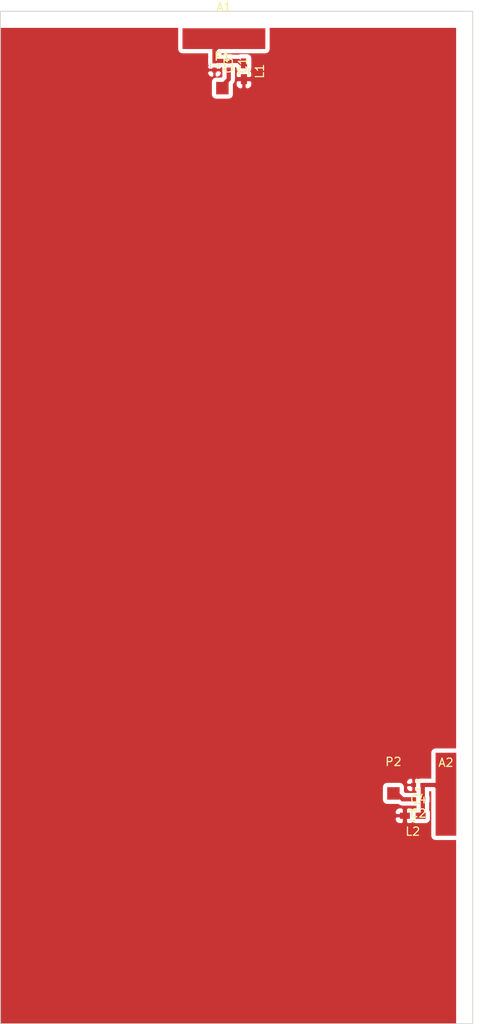
<source format=kicad_pcb>
(kicad_pcb (version 4) (host pcbnew 4.0.2-stable)

  (general
    (links 11)
    (no_connects 0)
    (area 26.949999 47.949999 84.050001 170.050001)
    (thickness 1.6)
    (drawings 25)
    (tracks 19)
    (zones 0)
    (modules 10)
    (nets 6)
  )

  (page A4)
  (layers
    (0 F.Cu signal)
    (31 B.Cu signal)
    (32 B.Adhes user)
    (33 F.Adhes user)
    (34 B.Paste user)
    (35 F.Paste user)
    (36 B.SilkS user)
    (37 F.SilkS user)
    (38 B.Mask user)
    (39 F.Mask user)
    (40 Dwgs.User user hide)
    (41 Cmts.User user)
    (42 Eco1.User user)
    (43 Eco2.User user)
    (44 Edge.Cuts user)
    (45 Margin user)
    (46 B.CrtYd user)
    (47 F.CrtYd user)
    (48 B.Fab user)
    (49 F.Fab user)
  )

  (setup
    (last_trace_width 0.508)
    (user_trace_width 0.508)
    (trace_clearance 0.508)
    (zone_clearance 0)
    (zone_45_only no)
    (trace_min 0.2)
    (segment_width 0.2)
    (edge_width 0.1)
    (via_size 0.6)
    (via_drill 0.4)
    (via_min_size 0.4)
    (via_min_drill 0.3)
    (uvia_size 0.3)
    (uvia_drill 0.1)
    (uvias_allowed no)
    (uvia_min_size 0.2)
    (uvia_min_drill 0.1)
    (pcb_text_width 0.3)
    (pcb_text_size 1.5 1.5)
    (mod_edge_width 0.15)
    (mod_text_size 1 1)
    (mod_text_width 0.15)
    (pad_size 2.5 10)
    (pad_drill 0)
    (pad_to_mask_clearance 0)
    (aux_axis_origin 0 0)
    (visible_elements 7FFFEFFF)
    (pcbplotparams
      (layerselection 0x00030_80000001)
      (usegerberextensions false)
      (excludeedgelayer true)
      (linewidth 0.100000)
      (plotframeref false)
      (viasonmask false)
      (mode 1)
      (useauxorigin false)
      (hpglpennumber 1)
      (hpglpenspeed 20)
      (hpglpendiameter 15)
      (hpglpenoverlay 2)
      (psnegative false)
      (psa4output false)
      (plotreference true)
      (plotvalue true)
      (plotinvisibletext false)
      (padsonsilk false)
      (subtractmaskfromsilk false)
      (outputformat 1)
      (mirror false)
      (drillshape 1)
      (scaleselection 1)
      (outputdirectory ""))
  )

  (net 0 "")
  (net 1 /Ant1)
  (net 2 /Ant2)
  (net 3 "Net-(C1-Pad2)")
  (net 4 "Net-(C2-Pad2)")
  (net 5 /GND)

  (net_class Default "This is the default net class."
    (clearance 0.508)
    (trace_width 0.25)
    (via_dia 0.6)
    (via_drill 0.4)
    (uvia_dia 0.3)
    (uvia_drill 0.1)
    (add_net /Ant1)
    (add_net /Ant2)
    (add_net /GND)
    (add_net "Net-(C1-Pad2)")
    (add_net "Net-(C2-Pad2)")
  )

  (module Measurement_Points:Measurement_Point_Square-SMD-Pad_Small (layer F.Cu) (tedit 56E7CA90) (tstamp 56D6AC86)
    (at 53.975 51.3)
    (descr "Mesurement Point, Square, SMD Pad,  1.5mm x 1.5mm,")
    (tags "Mesurement Point, Square, SMD Pad, 1.5mm x 1.5mm,")
    (path /56C1C8C2)
    (fp_text reference A1 (at 0 -3.81) (layer F.SilkS)
      (effects (font (size 1 1) (thickness 0.15)))
    )
    (fp_text value ANTENNA (at 2.54 3.81) (layer F.Fab)
      (effects (font (size 1 1) (thickness 0.15)))
    )
    (pad 1 smd rect (at 0 0) (size 10 2.5) (layers F.Cu F.Mask)
      (net 1 /Ant1))
  )

  (module Measurement_Points:Measurement_Point_Square-SMD-Pad_Small (layer F.Cu) (tedit 56E7CD81) (tstamp 56D6AC8B)
    (at 80.769762 142.345)
    (descr "Mesurement Point, Square, SMD Pad,  1.5mm x 1.5mm,")
    (tags "Mesurement Point, Square, SMD Pad, 1.5mm x 1.5mm,")
    (path /56C1CB96)
    (fp_text reference A2 (at 0 -3.81) (layer F.SilkS)
      (effects (font (size 1 1) (thickness 0.15)))
    )
    (fp_text value ANTENNA (at 2.54 3.81) (layer F.Fab)
      (effects (font (size 1 1) (thickness 0.15)))
    )
    (pad 1 smd rect (at 0 0) (size 2.5 10) (layers F.Cu F.Mask)
      (net 2 /Ant2))
  )

  (module Capacitors_SMD:C_0402 (layer F.Cu) (tedit 5415D599) (tstamp 56D6AC91)
    (at 54.5505 54.5305 270)
    (descr "Capacitor SMD 0402, reflow soldering, AVX (see smccp.pdf)")
    (tags "capacitor 0402")
    (path /56C1C0D8)
    (attr smd)
    (fp_text reference C1 (at 0 -1.7 270) (layer F.SilkS)
      (effects (font (size 1 1) (thickness 0.15)))
    )
    (fp_text value C (at 0 1.7 270) (layer F.Fab)
      (effects (font (size 1 1) (thickness 0.15)))
    )
    (fp_line (start -1.15 -0.6) (end 1.15 -0.6) (layer F.CrtYd) (width 0.05))
    (fp_line (start -1.15 0.6) (end 1.15 0.6) (layer F.CrtYd) (width 0.05))
    (fp_line (start -1.15 -0.6) (end -1.15 0.6) (layer F.CrtYd) (width 0.05))
    (fp_line (start 1.15 -0.6) (end 1.15 0.6) (layer F.CrtYd) (width 0.05))
    (fp_line (start 0.25 -0.475) (end -0.25 -0.475) (layer F.SilkS) (width 0.15))
    (fp_line (start -0.25 0.475) (end 0.25 0.475) (layer F.SilkS) (width 0.15))
    (pad 1 smd rect (at -0.55 0 270) (size 0.6 0.5) (layers F.Cu F.Paste F.Mask)
      (net 1 /Ant1))
    (pad 2 smd rect (at 0.55 0 270) (size 0.6 0.5) (layers F.Cu F.Paste F.Mask)
      (net 3 "Net-(C1-Pad2)"))
    (model Capacitors_SMD.3dshapes/C_0402.wrl
      (at (xyz 0 0 0))
      (scale (xyz 1 1 1))
      (rotate (xyz 0 0 0))
    )
  )

  (module Capacitors_SMD:C_0402 (layer F.Cu) (tedit 5415D599) (tstamp 56D6AC97)
    (at 77.4272 142.9552 180)
    (descr "Capacitor SMD 0402, reflow soldering, AVX (see smccp.pdf)")
    (tags "capacitor 0402")
    (path /56C1CB75)
    (attr smd)
    (fp_text reference C2 (at 0 -1.7 180) (layer F.SilkS)
      (effects (font (size 1 1) (thickness 0.15)))
    )
    (fp_text value C (at 0 1.7 180) (layer F.Fab)
      (effects (font (size 1 1) (thickness 0.15)))
    )
    (fp_line (start -1.15 -0.6) (end 1.15 -0.6) (layer F.CrtYd) (width 0.05))
    (fp_line (start -1.15 0.6) (end 1.15 0.6) (layer F.CrtYd) (width 0.05))
    (fp_line (start -1.15 -0.6) (end -1.15 0.6) (layer F.CrtYd) (width 0.05))
    (fp_line (start 1.15 -0.6) (end 1.15 0.6) (layer F.CrtYd) (width 0.05))
    (fp_line (start 0.25 -0.475) (end -0.25 -0.475) (layer F.SilkS) (width 0.15))
    (fp_line (start -0.25 0.475) (end 0.25 0.475) (layer F.SilkS) (width 0.15))
    (pad 1 smd rect (at -0.55 0 180) (size 0.6 0.5) (layers F.Cu F.Paste F.Mask)
      (net 2 /Ant2))
    (pad 2 smd rect (at 0.55 0 180) (size 0.6 0.5) (layers F.Cu F.Paste F.Mask)
      (net 4 "Net-(C2-Pad2)"))
    (model Capacitors_SMD.3dshapes/C_0402.wrl
      (at (xyz 0 0 0))
      (scale (xyz 1 1 1))
      (rotate (xyz 0 0 0))
    )
  )

  (module Capacitors_SMD:C_0402 (layer F.Cu) (tedit 5415D599) (tstamp 56D6AC9D)
    (at 52.836 54.5305 270)
    (descr "Capacitor SMD 0402, reflow soldering, AVX (see smccp.pdf)")
    (tags "capacitor 0402")
    (path /56C1C1FD)
    (attr smd)
    (fp_text reference C3 (at 0 -1.7 270) (layer F.SilkS)
      (effects (font (size 1 1) (thickness 0.15)))
    )
    (fp_text value C (at 0 1.7 270) (layer F.Fab)
      (effects (font (size 1 1) (thickness 0.15)))
    )
    (fp_line (start -1.15 -0.6) (end 1.15 -0.6) (layer F.CrtYd) (width 0.05))
    (fp_line (start -1.15 0.6) (end 1.15 0.6) (layer F.CrtYd) (width 0.05))
    (fp_line (start -1.15 -0.6) (end -1.15 0.6) (layer F.CrtYd) (width 0.05))
    (fp_line (start 1.15 -0.6) (end 1.15 0.6) (layer F.CrtYd) (width 0.05))
    (fp_line (start 0.25 -0.475) (end -0.25 -0.475) (layer F.SilkS) (width 0.15))
    (fp_line (start -0.25 0.475) (end 0.25 0.475) (layer F.SilkS) (width 0.15))
    (pad 1 smd rect (at -0.55 0 270) (size 0.6 0.5) (layers F.Cu F.Paste F.Mask)
      (net 1 /Ant1))
    (pad 2 smd rect (at 0.55 0 270) (size 0.6 0.5) (layers F.Cu F.Paste F.Mask)
      (net 5 /GND))
    (model Capacitors_SMD.3dshapes/C_0402.wrl
      (at (xyz 0 0 0))
      (scale (xyz 1 1 1))
      (rotate (xyz 0 0 0))
    )
  )

  (module Capacitors_SMD:C_0402 (layer F.Cu) (tedit 5415D599) (tstamp 56D6ACA3)
    (at 77.4272 141.228 180)
    (descr "Capacitor SMD 0402, reflow soldering, AVX (see smccp.pdf)")
    (tags "capacitor 0402")
    (path /56C1CB81)
    (attr smd)
    (fp_text reference C4 (at 0 -1.7 180) (layer F.SilkS)
      (effects (font (size 1 1) (thickness 0.15)))
    )
    (fp_text value C (at 0 1.7 180) (layer F.Fab)
      (effects (font (size 1 1) (thickness 0.15)))
    )
    (fp_line (start -1.15 -0.6) (end 1.15 -0.6) (layer F.CrtYd) (width 0.05))
    (fp_line (start -1.15 0.6) (end 1.15 0.6) (layer F.CrtYd) (width 0.05))
    (fp_line (start -1.15 -0.6) (end -1.15 0.6) (layer F.CrtYd) (width 0.05))
    (fp_line (start 1.15 -0.6) (end 1.15 0.6) (layer F.CrtYd) (width 0.05))
    (fp_line (start 0.25 -0.475) (end -0.25 -0.475) (layer F.SilkS) (width 0.15))
    (fp_line (start -0.25 0.475) (end 0.25 0.475) (layer F.SilkS) (width 0.15))
    (pad 1 smd rect (at -0.55 0 180) (size 0.6 0.5) (layers F.Cu F.Paste F.Mask)
      (net 2 /Ant2))
    (pad 2 smd rect (at 0.55 0 180) (size 0.6 0.5) (layers F.Cu F.Paste F.Mask)
      (net 5 /GND))
    (model Capacitors_SMD.3dshapes/C_0402.wrl
      (at (xyz 0 0 0))
      (scale (xyz 1 1 1))
      (rotate (xyz 0 0 0))
    )
  )

  (module Capacitors_SMD:C_0603_HandSoldering (layer F.Cu) (tedit 541A9B4D) (tstamp 56D6ACA9)
    (at 56.392 55.229 270)
    (descr "Capacitor SMD 0603, hand soldering")
    (tags "capacitor 0603")
    (path /56C1C15A)
    (attr smd)
    (fp_text reference L1 (at 0 -1.9 270) (layer F.SilkS)
      (effects (font (size 1 1) (thickness 0.15)))
    )
    (fp_text value L_Small (at 0 1.9 270) (layer F.Fab)
      (effects (font (size 1 1) (thickness 0.15)))
    )
    (fp_line (start -1.85 -0.75) (end 1.85 -0.75) (layer F.CrtYd) (width 0.05))
    (fp_line (start -1.85 0.75) (end 1.85 0.75) (layer F.CrtYd) (width 0.05))
    (fp_line (start -1.85 -0.75) (end -1.85 0.75) (layer F.CrtYd) (width 0.05))
    (fp_line (start 1.85 -0.75) (end 1.85 0.75) (layer F.CrtYd) (width 0.05))
    (fp_line (start -0.35 -0.6) (end 0.35 -0.6) (layer F.SilkS) (width 0.15))
    (fp_line (start 0.35 0.6) (end -0.35 0.6) (layer F.SilkS) (width 0.15))
    (pad 1 smd rect (at -0.95 0 270) (size 1.2 0.75) (layers F.Cu F.Paste F.Mask)
      (net 1 /Ant1))
    (pad 2 smd rect (at 0.95 0 270) (size 1.2 0.75) (layers F.Cu F.Paste F.Mask)
      (net 5 /GND))
    (model Capacitors_SMD.3dshapes/C_0603_HandSoldering.wrl
      (at (xyz 0 0 0))
      (scale (xyz 1 1 1))
      (rotate (xyz 0 0 0))
    )
  )

  (module Capacitors_SMD:C_0603_HandSoldering (layer F.Cu) (tedit 541A9B4D) (tstamp 56D6ACAF)
    (at 76.7668 144.9364 180)
    (descr "Capacitor SMD 0603, hand soldering")
    (tags "capacitor 0603")
    (path /56C1CB7B)
    (attr smd)
    (fp_text reference L2 (at 0 -1.9 180) (layer F.SilkS)
      (effects (font (size 1 1) (thickness 0.15)))
    )
    (fp_text value L_Small (at 0 1.9 180) (layer F.Fab)
      (effects (font (size 1 1) (thickness 0.15)))
    )
    (fp_line (start -1.85 -0.75) (end 1.85 -0.75) (layer F.CrtYd) (width 0.05))
    (fp_line (start -1.85 0.75) (end 1.85 0.75) (layer F.CrtYd) (width 0.05))
    (fp_line (start -1.85 -0.75) (end -1.85 0.75) (layer F.CrtYd) (width 0.05))
    (fp_line (start 1.85 -0.75) (end 1.85 0.75) (layer F.CrtYd) (width 0.05))
    (fp_line (start -0.35 -0.6) (end 0.35 -0.6) (layer F.SilkS) (width 0.15))
    (fp_line (start 0.35 0.6) (end -0.35 0.6) (layer F.SilkS) (width 0.15))
    (pad 1 smd rect (at -0.95 0 180) (size 1.2 0.75) (layers F.Cu F.Paste F.Mask)
      (net 2 /Ant2))
    (pad 2 smd rect (at 0.95 0 180) (size 1.2 0.75) (layers F.Cu F.Paste F.Mask)
      (net 5 /GND))
    (model Capacitors_SMD.3dshapes/C_0603_HandSoldering.wrl
      (at (xyz 0 0 0))
      (scale (xyz 1 1 1))
      (rotate (xyz 0 0 0))
    )
  )

  (module Measurement_Points:Measurement_Point_Square-SMD-Pad_Small (layer F.Cu) (tedit 0) (tstamp 56D6ACB4)
    (at 53.7885 57.261)
    (descr "Mesurement Point, Square, SMD Pad,  1.5mm x 1.5mm,")
    (tags "Mesurement Point, Square, SMD Pad, 1.5mm x 1.5mm,")
    (path /56C1CF80)
    (fp_text reference P1 (at 0 -3.81) (layer F.SilkS)
      (effects (font (size 1 1) (thickness 0.15)))
    )
    (fp_text value SMA (at 2.54 3.81) (layer F.Fab)
      (effects (font (size 1 1) (thickness 0.15)))
    )
    (pad 1 smd rect (at 0 0) (size 1.50114 1.50114) (layers F.Cu F.Mask)
      (net 3 "Net-(C1-Pad2)"))
  )

  (module Measurement_Points:Measurement_Point_Square-SMD-Pad_Small (layer F.Cu) (tedit 0) (tstamp 56D6ACB9)
    (at 74.43 142.244)
    (descr "Mesurement Point, Square, SMD Pad,  1.5mm x 1.5mm,")
    (tags "Mesurement Point, Square, SMD Pad, 1.5mm x 1.5mm,")
    (path /56C1D014)
    (fp_text reference P2 (at 0 -3.81) (layer F.SilkS)
      (effects (font (size 1 1) (thickness 0.15)))
    )
    (fp_text value SMA (at 2.54 3.81) (layer F.Fab)
      (effects (font (size 1 1) (thickness 0.15)))
    )
    (pad 1 smd rect (at 0 0) (size 1.50114 1.50114) (layers F.Cu F.Mask)
      (net 4 "Net-(C2-Pad2)"))
  )

  (gr_line (start 84 170) (end 84 48) (angle 90) (layer Edge.Cuts) (width 0.1))
  (gr_line (start 84 115.5) (end 84 141.5) (angle 90) (layer Dwgs.User) (width 0.2))
  (gr_line (start 89 115.5) (end 84 115.5) (angle 90) (layer Dwgs.User) (width 0.2))
  (gr_line (start 89 141.5) (end 89 115.5) (angle 90) (layer Dwgs.User) (width 0.2))
  (gr_line (start 82 141.5) (end 82 143) (angle 90) (layer Dwgs.User) (width 0.2))
  (gr_line (start 89 141.5) (end 82 141.5) (angle 90) (layer Dwgs.User) (width 0.2))
  (gr_line (start 89 143) (end 89 141.5) (angle 90) (layer Dwgs.User) (width 0.2))
  (gr_line (start 82 143) (end 89 143) (angle 90) (layer Dwgs.User) (width 0.2))
  (gr_line (start 84 143) (end 84 170) (angle 90) (layer Dwgs.User) (width 0.2))
  (gr_line (start 89 143) (end 84 143) (angle 90) (layer Dwgs.User) (width 0.2))
  (gr_line (start 89 170) (end 89 143) (angle 90) (layer Dwgs.User) (width 0.2))
  (gr_line (start 84 170) (end 89 170) (angle 90) (layer Dwgs.User) (width 0.2))
  (gr_line (start 82.5 48) (end 54.5 48) (angle 90) (layer Dwgs.User) (width 0.2))
  (gr_line (start 27 48) (end 53.5 48) (angle 90) (layer Dwgs.User) (width 0.2))
  (gr_line (start 82.5 40) (end 82.5 48) (angle 90) (layer Dwgs.User) (width 0.2))
  (gr_line (start 54.5 40) (end 82.5 40) (angle 90) (layer Dwgs.User) (width 0.2))
  (gr_line (start 54.5 40) (end 53.5 40) (angle 90) (layer Dwgs.User) (width 0.2))
  (gr_line (start 54.5 50) (end 54.5 40) (angle 90) (layer Dwgs.User) (width 0.2))
  (gr_line (start 53.5 50) (end 54.5 50) (angle 90) (layer Dwgs.User) (width 0.2))
  (gr_line (start 53.5 40) (end 53.5 50) (angle 90) (layer Dwgs.User) (width 0.2))
  (gr_line (start 27 40) (end 53.5 40) (angle 90) (layer Dwgs.User) (width 0.2))
  (gr_line (start 27 48) (end 27 40) (angle 90) (layer Dwgs.User) (width 0.2))
  (gr_line (start 27 48) (end 27 170) (angle 90) (layer Edge.Cuts) (width 0.1))
  (gr_line (start 84 48) (end 27 48) (angle 90) (layer Edge.Cuts) (width 0.1))
  (gr_line (start 27 170) (end 84 170) (angle 90) (layer Edge.Cuts) (width 0.1))

  (segment (start 56.392 54.279) (end 56.029 54.279) (width 0.508) (layer F.Cu) (net 1) (status C00000))
  (segment (start 56.029 54.279) (end 55.7305 53.9805) (width 0.508) (layer F.Cu) (net 1) (tstamp 56E7CEAA) (status 400000))
  (segment (start 55.7305 53.9805) (end 54.5505 53.9805) (width 0.508) (layer F.Cu) (net 1) (tstamp 56E7CEAB) (status 800000))
  (segment (start 54.5505 53.9805) (end 52.836 53.9805) (width 0.508) (layer F.Cu) (net 1) (status C00000))
  (segment (start 53.975 51.3) (end 53.975 51.525) (width 0.508) (layer F.Cu) (net 1) (status C00000))
  (segment (start 53.975 51.525) (end 52.836 52.664) (width 0.508) (layer F.Cu) (net 1) (tstamp 56E7CEA0) (status 400000))
  (segment (start 52.836 52.664) (end 52.836 53.9805) (width 0.508) (layer F.Cu) (net 1) (tstamp 56E7CEA3) (status 800000))
  (segment (start 77.9772 144.676) (end 77.7168 144.9364) (width 0.508) (layer F.Cu) (net 2) (tstamp 56E7CE5F))
  (segment (start 77.9772 142.9552) (end 77.9772 144.676) (width 0.508) (layer F.Cu) (net 2))
  (segment (start 77.9772 142.9552) (end 77.9772 141.228) (width 0.508) (layer F.Cu) (net 2))
  (segment (start 80.769762 142.345) (end 80.595 142.345) (width 0.508) (layer F.Cu) (net 2))
  (segment (start 80.595 142.345) (end 79.478 141.228) (width 0.508) (layer F.Cu) (net 2) (tstamp 56E7CE4F))
  (segment (start 79.478 141.228) (end 77.9772 141.228) (width 0.508) (layer F.Cu) (net 2) (tstamp 56E7CE55))
  (segment (start 54.5505 55.0805) (end 54.5505 56.1995) (width 0.508) (layer F.Cu) (net 3) (status 400000))
  (segment (start 54.5505 56.1995) (end 53.7885 56.9615) (width 0.508) (layer F.Cu) (net 3) (tstamp 56E7CEAE) (status 800000))
  (segment (start 53.7885 56.9615) (end 53.7885 57.261) (width 0.508) (layer F.Cu) (net 3) (tstamp 56E7CEAF) (status C00000))
  (segment (start 76.8772 142.9552) (end 75.5448 142.9552) (width 0.508) (layer F.Cu) (net 4) (status 400000))
  (segment (start 75.5448 142.9552) (end 74.8336 142.244) (width 0.508) (layer F.Cu) (net 4) (tstamp 56E7CE91) (status 800000))
  (segment (start 74.8336 142.244) (end 74.43 142.244) (width 0.508) (layer F.Cu) (net 4) (tstamp 56E7CE94) (status C00000))

  (zone (net 5) (net_name /GND) (layer F.Cu) (tstamp 56D6D2AD) (hatch edge 0.508)
    (connect_pads (clearance 0))
    (min_thickness 0.0254)
    (fill yes (arc_segments 16) (thermal_gap 0.508) (thermal_bridge_width 0.508))
    (polygon
      (pts
        (xy 27 170) (xy 82 170) (xy 82 50) (xy 27 50)
      )
    )
    (filled_polygon
      (pts
        (xy 48.444099 50.05) (xy 48.444099 52.55) (xy 48.480407 52.74296) (xy 48.594446 52.920182) (xy 48.76845 53.039073)
        (xy 48.975 53.080901) (xy 52.0613 53.080901) (xy 52.0613 53.649879) (xy 52.055099 53.6805) (xy 52.055099 54.2805)
        (xy 52.091407 54.47346) (xy 52.126797 54.528458) (xy 52.0653 54.676926) (xy 52.0653 54.800325) (xy 52.195475 54.9305)
        (xy 52.711 54.9305) (xy 52.711 54.8192) (xy 52.961 54.8192) (xy 52.961 54.9305) (xy 53.476525 54.9305)
        (xy 53.6067 54.800325) (xy 53.6067 54.7552) (xy 53.774722 54.7552) (xy 53.769599 54.7805) (xy 53.769599 55.3805)
        (xy 53.7758 55.413455) (xy 53.7758 55.878609) (xy 53.67488 55.979529) (xy 53.03793 55.979529) (xy 52.84497 56.015837)
        (xy 52.667748 56.129876) (xy 52.548857 56.30388) (xy 52.507029 56.51043) (xy 52.507029 58.01157) (xy 52.543337 58.20453)
        (xy 52.657376 58.381752) (xy 52.83138 58.500643) (xy 53.03793 58.542471) (xy 54.53907 58.542471) (xy 54.73203 58.506163)
        (xy 54.909252 58.392124) (xy 55.028143 58.21812) (xy 55.069971 58.01157) (xy 55.069971 56.77562) (xy 55.098293 56.747298)
        (xy 55.098296 56.747296) (xy 55.229806 56.550475) (xy 55.4963 56.550475) (xy 55.4963 56.882574) (xy 55.575572 57.073953)
        (xy 55.722047 57.220428) (xy 55.913427 57.2997) (xy 56.074325 57.2997) (xy 56.2045 57.169525) (xy 56.2045 56.4203)
        (xy 56.5795 56.4203) (xy 56.5795 57.169525) (xy 56.709675 57.2997) (xy 56.870573 57.2997) (xy 57.061953 57.220428)
        (xy 57.208428 57.073953) (xy 57.2877 56.882574) (xy 57.2877 56.550475) (xy 57.157525 56.4203) (xy 56.5795 56.4203)
        (xy 56.2045 56.4203) (xy 55.626475 56.4203) (xy 55.4963 56.550475) (xy 55.229806 56.550475) (xy 55.266229 56.495965)
        (xy 55.282592 56.413704) (xy 55.325201 56.1995) (xy 55.3252 56.199495) (xy 55.3252 55.411121) (xy 55.331401 55.3805)
        (xy 55.331401 54.7805) (xy 55.32664 54.7552) (xy 55.409609 54.7552) (xy 55.481202 54.826793) (xy 55.481204 54.826796)
        (xy 55.486099 54.830067) (xy 55.486099 54.879) (xy 55.522407 55.07196) (xy 55.626263 55.233356) (xy 55.575572 55.284047)
        (xy 55.4963 55.475426) (xy 55.4963 55.807525) (xy 55.626475 55.9377) (xy 56.2045 55.9377) (xy 56.2045 55.9177)
        (xy 56.5795 55.9177) (xy 56.5795 55.9377) (xy 57.157525 55.9377) (xy 57.2877 55.807525) (xy 57.2877 55.475426)
        (xy 57.208428 55.284047) (xy 57.15616 55.231779) (xy 57.256073 55.08555) (xy 57.297901 54.879) (xy 57.297901 53.679)
        (xy 57.261593 53.48604) (xy 57.147554 53.308818) (xy 56.97355 53.189927) (xy 56.767 53.148099) (xy 56.017 53.148099)
        (xy 55.82404 53.184407) (xy 55.776558 53.214961) (xy 55.7305 53.205799) (xy 55.730495 53.2058) (xy 55.028086 53.2058)
        (xy 55.00705 53.191427) (xy 54.8005 53.149599) (xy 54.3005 53.149599) (xy 54.10754 53.185907) (xy 54.076625 53.2058)
        (xy 53.6107 53.2058) (xy 53.6107 53.080901) (xy 58.975 53.080901) (xy 59.16796 53.044593) (xy 59.345182 52.930554)
        (xy 59.464073 52.75655) (xy 59.505901 52.55) (xy 59.505901 50.05) (xy 59.498883 50.0127) (xy 81.9873 50.0127)
        (xy 81.9873 136.814099) (xy 79.519762 136.814099) (xy 79.326802 136.850407) (xy 79.14958 136.964446) (xy 79.030689 137.13845)
        (xy 78.988861 137.345) (xy 78.988861 140.4533) (xy 78.307821 140.4533) (xy 78.2772 140.447099) (xy 77.6772 140.447099)
        (xy 77.48424 140.483407) (xy 77.429242 140.518797) (xy 77.280774 140.4573) (xy 77.157375 140.4573) (xy 77.0272 140.587475)
        (xy 77.0272 141.103) (xy 77.1385 141.103) (xy 77.1385 141.353) (xy 77.0272 141.353) (xy 77.0272 141.868525)
        (xy 77.157375 141.9987) (xy 77.2025 141.9987) (xy 77.2025 142.179422) (xy 77.1772 142.174299) (xy 76.5772 142.174299)
        (xy 76.544245 142.1805) (xy 75.865691 142.1805) (xy 75.711471 142.026279) (xy 75.711471 141.49343) (xy 75.709542 141.483175)
        (xy 76.0565 141.483175) (xy 76.0565 141.581573) (xy 76.135772 141.772953) (xy 76.282247 141.919428) (xy 76.473626 141.9987)
        (xy 76.597025 141.9987) (xy 76.7272 141.868525) (xy 76.7272 141.353) (xy 76.186675 141.353) (xy 76.0565 141.483175)
        (xy 75.709542 141.483175) (xy 75.675163 141.30047) (xy 75.561124 141.123248) (xy 75.38712 141.004357) (xy 75.18057 140.962529)
        (xy 73.67943 140.962529) (xy 73.48647 140.998837) (xy 73.309248 141.112876) (xy 73.190357 141.28688) (xy 73.148529 141.49343)
        (xy 73.148529 142.99457) (xy 73.184837 143.18753) (xy 73.298876 143.364752) (xy 73.47288 143.483643) (xy 73.67943 143.525471)
        (xy 75.03064 143.525471) (xy 75.248335 143.670929) (xy 75.297523 143.680713) (xy 75.5448 143.729901) (xy 75.544805 143.7299)
        (xy 76.546579 143.7299) (xy 76.5772 143.736101) (xy 77.1772 143.736101) (xy 77.2025 143.73134) (xy 77.2025 144.030499)
        (xy 77.1168 144.030499) (xy 76.92384 144.066807) (xy 76.762444 144.170663) (xy 76.711753 144.119972) (xy 76.520374 144.0407)
        (xy 76.188275 144.0407) (xy 76.0581 144.170875) (xy 76.0581 144.7489) (xy 76.0781 144.7489) (xy 76.0781 145.1239)
        (xy 76.0581 145.1239) (xy 76.0581 145.701925) (xy 76.188275 145.8321) (xy 76.520374 145.8321) (xy 76.711753 145.752828)
        (xy 76.764021 145.70056) (xy 76.91025 145.800473) (xy 77.1168 145.842301) (xy 78.3168 145.842301) (xy 78.50976 145.805993)
        (xy 78.686982 145.691954) (xy 78.805873 145.51795) (xy 78.847701 145.3114) (xy 78.847701 144.5614) (xy 78.811393 144.36844)
        (xy 78.7519 144.275985) (xy 78.7519 143.432786) (xy 78.766273 143.41175) (xy 78.808101 143.2052) (xy 78.808101 142.7052)
        (xy 78.771793 142.51224) (xy 78.7519 142.481325) (xy 78.7519 142.0027) (xy 78.988861 142.0027) (xy 78.988861 147.345)
        (xy 79.025169 147.53796) (xy 79.139208 147.715182) (xy 79.313212 147.834073) (xy 79.519762 147.875901) (xy 81.9873 147.875901)
        (xy 81.9873 169.9373) (xy 27.0627 169.9373) (xy 27.0627 145.254075) (xy 74.6961 145.254075) (xy 74.6961 145.414973)
        (xy 74.775372 145.606353) (xy 74.921847 145.752828) (xy 75.113226 145.8321) (xy 75.445325 145.8321) (xy 75.5755 145.701925)
        (xy 75.5755 145.1239) (xy 74.826275 145.1239) (xy 74.6961 145.254075) (xy 27.0627 145.254075) (xy 27.0627 144.457827)
        (xy 74.6961 144.457827) (xy 74.6961 144.618725) (xy 74.826275 144.7489) (xy 75.5755 144.7489) (xy 75.5755 144.170875)
        (xy 75.445325 144.0407) (xy 75.113226 144.0407) (xy 74.921847 144.119972) (xy 74.775372 144.266447) (xy 74.6961 144.457827)
        (xy 27.0627 144.457827) (xy 27.0627 140.874427) (xy 76.0565 140.874427) (xy 76.0565 140.972825) (xy 76.186675 141.103)
        (xy 76.7272 141.103) (xy 76.7272 140.587475) (xy 76.597025 140.4573) (xy 76.473626 140.4573) (xy 76.282247 140.536572)
        (xy 76.135772 140.683047) (xy 76.0565 140.874427) (xy 27.0627 140.874427) (xy 27.0627 55.360675) (xy 52.0653 55.360675)
        (xy 52.0653 55.484074) (xy 52.144572 55.675453) (xy 52.291047 55.821928) (xy 52.482427 55.9012) (xy 52.580825 55.9012)
        (xy 52.711 55.771025) (xy 52.711 55.2305) (xy 52.961 55.2305) (xy 52.961 55.771025) (xy 53.091175 55.9012)
        (xy 53.189573 55.9012) (xy 53.380953 55.821928) (xy 53.527428 55.675453) (xy 53.6067 55.484074) (xy 53.6067 55.360675)
        (xy 53.476525 55.2305) (xy 52.961 55.2305) (xy 52.711 55.2305) (xy 52.195475 55.2305) (xy 52.0653 55.360675)
        (xy 27.0627 55.360675) (xy 27.0627 50.0127) (xy 48.451653 50.0127)
      )
    )
  )
)

</source>
